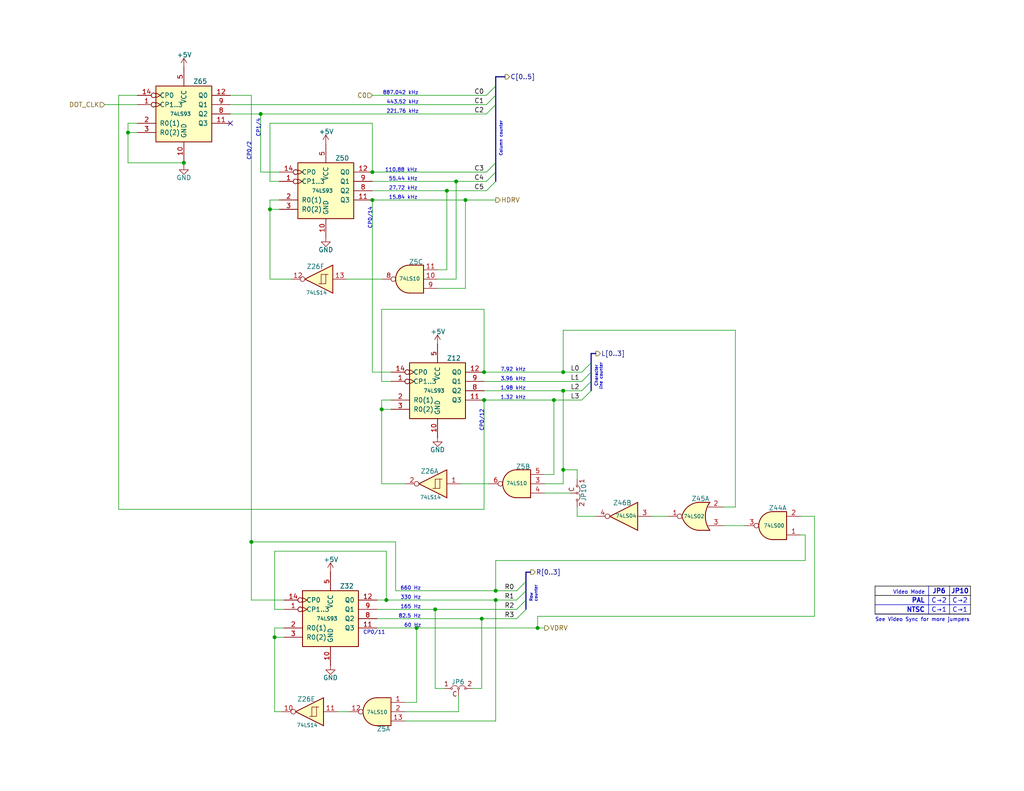
<source format=kicad_sch>
(kicad_sch (version 20250114) (generator "eeschema") (generator_version "9.0")
  (paper "USLetter")
  (title_block (title "TRS-80 Model I Rev HE11E011550") (date "2025-06-14") (rev "E1A") (company "RetroStack - Marcel Erz") (comment 2 "Counters for columns, rows, and character lines") (comment 4 "Video Counter"))
  (lib_symbols
    (symbol "74LS10_1" (pin_names (offset 1.016))
      (property "Reference" "Z5" (at -1.778 -4.699 0))
      (property "Value" "74LS10" (at 0 -0.127 0))
      (symbol "74LS10_1_1_1"
        (pin input line (at -7.62 2.54 0) (length 3.81) (name "~") (number "1"))
        (pin input line (at -7.62 0 0) (length 3.81) (name "~") (number "2"))
        (pin input line (at -7.62 -2.54 0) (length 3.81) (name "~") (number "13"))
        (pin output inverted (at 7.62 0 180) (length 3.81) (name "~") (number "12"))
      )
      (symbol "74LS10_1_1_2"
        (pin input inverted (at -7.62 2.54 0) (length 4.318) (name "~") (number "1"))
        (pin input inverted (at -7.62 0 0) (length 4.953) (name "~") (number "2"))
        (pin input inverted (at -7.62 -2.54 0) (length 4.318) (name "~") (number "13"))
        (pin output line (at 7.62 0 180) (length 3.81) (name "~") (number "12"))
      )
      (symbol "74LS10_1_2_1"
        (pin input line (at -7.62 2.54 0) (length 3.81) (name "~") (number "4"))
        (pin input line (at -7.62 0 0) (length 3.81) (name "~") (number "3"))
        (pin input line (at -7.62 -2.54 0) (length 3.81) (name "~") (number "5"))
        (pin output inverted (at 7.62 0 180) (length 3.81) (name "~") (number "6"))
      )
      (symbol "74LS10_1_2_2"
        (pin input inverted (at -7.62 2.54 0) (length 4.318) (name "~") (number "3"))
        (pin input inverted (at -7.62 0 0) (length 4.953) (name "~") (number "4"))
        (pin input inverted (at -7.62 -2.54 0) (length 4.318) (name "~") (number "5"))
        (pin output line (at 7.62 0 180) (length 3.81) (name "~") (number "6"))
      )
      (symbol "74LS10_1_3_1"
        (pin input line (at -7.62 2.54 0) (length 3.81) (name "~") (number "9"))
        (pin input line (at -7.62 0 0) (length 3.81) (name "~") (number "10"))
        (pin input line (at -7.62 -2.54 0) (length 3.81) (name "~") (number "11"))
        (pin output inverted (at 7.62 0 180) (length 3.81) (name "~") (number "8"))
      )
      (symbol "74LS10_1_3_2"
        (pin input inverted (at -7.62 2.54 0) (length 4.318) (name "~") (number "9"))
        (pin input inverted (at -7.62 0 0) (length 4.953) (name "~") (number "10"))
        (pin input inverted (at -7.62 -2.54 0) (length 4.318) (name "~") (number "11"))
        (pin output line (at 7.62 0 180) (length 3.81) (name "~") (number "8"))
      )
      (symbol "74LS10_1_4_0"
        (pin power_in line (at 0 12.7 270) (length 5.08) (name "VCC") (number "14"))
        (pin power_in line (at 0 -12.7 90) (length 5.08) (name "GND") (number "7"))
      )
    )
    (symbol "74LS10_2" (pin_names (offset 1.016))
      (property "Reference" "Z5" (at -1.778 -4.699 0))
      (property "Value" "74LS10" (at 0 -0.127 0))
      (symbol "74LS10_2_1_1"
        (pin input line (at -7.62 2.54 0) (length 3.81) (name "~") (number "1"))
        (pin input line (at -7.62 0 0) (length 3.81) (name "~") (number "2"))
        (pin input line (at -7.62 -2.54 0) (length 3.81) (name "~") (number "13"))
        (pin output inverted (at 7.62 0 180) (length 3.81) (name "~") (number "12"))
      )
      (symbol "74LS10_2_1_2"
        (pin input inverted (at -7.62 2.54 0) (length 4.318) (name "~") (number "1"))
        (pin input inverted (at -7.62 0 0) (length 4.953) (name "~") (number "2"))
        (pin input inverted (at -7.62 -2.54 0) (length 4.318) (name "~") (number "13"))
        (pin output line (at 7.62 0 180) (length 3.81) (name "~") (number "12"))
      )
      (symbol "74LS10_2_2_1"
        (pin input line (at -7.62 2.54 0) (length 3.81) (name "~") (number "4"))
        (pin input line (at -7.62 0 0) (length 3.81) (name "~") (number "3"))
        (pin input line (at -7.62 -2.54 0) (length 3.81) (name "~") (number "5"))
        (pin output inverted (at 7.62 0 180) (length 3.81) (name "~") (number "6"))
      )
      (symbol "74LS10_2_2_2"
        (pin input inverted (at -7.62 2.54 0) (length 4.318) (name "~") (number "3"))
        (pin input inverted (at -7.62 0 0) (length 4.953) (name "~") (number "4"))
        (pin input inverted (at -7.62 -2.54 0) (length 4.318) (name "~") (number "5"))
        (pin output line (at 7.62 0 180) (length 3.81) (name "~") (number "6"))
      )
      (symbol "74LS10_2_3_1"
        (pin input line (at -7.62 2.54 0) (length 3.81) (name "~") (number "9"))
        (pin input line (at -7.62 0 0) (length 3.81) (name "~") (number "10"))
        (pin input line (at -7.62 -2.54 0) (length 3.81) (name "~") (number "11"))
        (pin output inverted (at 7.62 0 180) (length 3.81) (name "~") (number "8"))
      )
      (symbol "74LS10_2_3_2"
        (pin input inverted (at -7.62 2.54 0) (length 4.318) (name "~") (number "9"))
        (pin input inverted (at -7.62 0 0) (length 4.953) (name "~") (number "10"))
        (pin input inverted (at -7.62 -2.54 0) (length 4.318) (name "~") (number "11"))
        (pin output line (at 7.62 0 180) (length 3.81) (name "~") (number "8"))
      )
      (symbol "74LS10_2_4_0"
        (pin power_in line (at 0 12.7 270) (length 5.08) (name "VCC") (number "14"))
        (pin power_in line (at 0 -12.7 90) (length 5.08) (name "GND") (number "7"))
      )
    )
    (symbol "74xx:74LS00" (pin_names (offset 1.016))
      (property "Reference" "U" (at 0 1.27 0))
      (property "Value" "74LS00" (at 0 -1.27 0))
      (symbol "74LS00_1_1"
        (pin input line (at -7.62 2.54 0) (length 3.81) (name "~") (number "1"))
        (pin input line (at -7.62 -2.54 0) (length 3.81) (name "~") (number "2"))
        (pin output inverted (at 7.62 0 180) (length 3.81) (name "~") (number "3"))
      )
      (symbol "74LS00_1_2"
        (pin input inverted (at -7.62 2.54 0) (length 4.318) (name "~") (number "1"))
        (pin input inverted (at -7.62 -2.54 0) (length 4.318) (name "~") (number "2"))
        (pin output line (at 7.62 0 180) (length 3.81) (name "~") (number "3"))
      )
      (symbol "74LS00_2_1"
        (pin input line (at -7.62 2.54 0) (length 3.81) (name "~") (number "4"))
        (pin input line (at -7.62 -2.54 0) (length 3.81) (name "~") (number "5"))
        (pin output inverted (at 7.62 0 180) (length 3.81) (name "~") (number "6"))
      )
      (symbol "74LS00_2_2"
        (pin input inverted (at -7.62 2.54 0) (length 4.318) (name "~") (number "4"))
        (pin input inverted (at -7.62 -2.54 0) (length 4.318) (name "~") (number "5"))
        (pin output line (at 7.62 0 180) (length 3.81) (name "~") (number "6"))
      )
      (symbol "74LS00_3_1"
        (pin input line (at -7.62 2.54 0) (length 3.81) (name "~") (number "9"))
        (pin input line (at -7.62 -2.54 0) (length 3.81) (name "~") (number "10"))
        (pin output inverted (at 7.62 0 180) (length 3.81) (name "~") (number "8"))
      )
      (symbol "74LS00_3_2"
        (pin input inverted (at -7.62 2.54 0) (length 4.318) (name "~") (number "9"))
        (pin input inverted (at -7.62 -2.54 0) (length 4.318) (name "~") (number "10"))
        (pin output line (at 7.62 0 180) (length 3.81) (name "~") (number "8"))
      )
      (symbol "74LS00_4_1"
        (pin input line (at -7.62 2.54 0) (length 3.81) (name "~") (number "12"))
        (pin input line (at -7.62 -2.54 0) (length 3.81) (name "~") (number "13"))
        (pin output inverted (at 7.62 0 180) (length 3.81) (name "~") (number "11"))
      )
      (symbol "74LS00_4_2"
        (pin input inverted (at -7.62 2.54 0) (length 4.318) (name "~") (number "12"))
        (pin input inverted (at -7.62 -2.54 0) (length 4.318) (name "~") (number "13"))
        (pin output line (at 7.62 0 180) (length 3.81) (name "~") (number "11"))
      )
      (symbol "74LS00_5_0"
        (pin power_in line (at 0 12.7 270) (length 5.08) (name "VCC") (number "14"))
        (pin power_in line (at 0 -12.7 90) (length 5.08) (name "GND") (number "7"))
      )
    )
    (symbol "74xx:74LS02" (pin_names (offset 1.016))
      (property "Reference" "U" (at 0 1.27 0))
      (property "Value" "74LS02" (at 0 -1.27 0))
      (symbol "74LS02_1_1"
        (pin input line (at -7.62 2.54 0) (length 4.318) (name "~") (number "2"))
        (pin input line (at -7.62 -2.54 0) (length 4.318) (name "~") (number "3"))
        (pin output inverted (at 7.62 0 180) (length 3.81) (name "~") (number "1"))
      )
      (symbol "74LS02_1_2"
        (pin input inverted (at -7.62 2.54 0) (length 3.81) (name "~") (number "2"))
        (pin input inverted (at -7.62 -2.54 0) (length 3.81) (name "~") (number "3"))
        (pin output line (at 7.62 0 180) (length 3.81) (name "~") (number "1"))
      )
      (symbol "74LS02_2_1"
        (pin input line (at -7.62 2.54 0) (length 4.318) (name "~") (number "5"))
        (pin input line (at -7.62 -2.54 0) (length 4.318) (name "~") (number "6"))
        (pin output inverted (at 7.62 0 180) (length 3.81) (name "~") (number "4"))
      )
      (symbol "74LS02_2_2"
        (pin input inverted (at -7.62 2.54 0) (length 3.81) (name "~") (number "5"))
        (pin input inverted (at -7.62 -2.54 0) (length 3.81) (name "~") (number "6"))
        (pin output line (at 7.62 0 180) (length 3.81) (name "~") (number "4"))
      )
      (symbol "74LS02_3_1"
        (pin input line (at -7.62 2.54 0) (length 4.318) (name "~") (number "8"))
        (pin input line (at -7.62 -2.54 0) (length 4.318) (name "~") (number "9"))
        (pin output inverted (at 7.62 0 180) (length 3.81) (name "~") (number "10"))
      )
      (symbol "74LS02_3_2"
        (pin input inverted (at -7.62 2.54 0) (length 3.81) (name "~") (number "8"))
        (pin input inverted (at -7.62 -2.54 0) (length 3.81) (name "~") (number "9"))
        (pin output line (at 7.62 0 180) (length 3.81) (name "~") (number "10"))
      )
      (symbol "74LS02_4_1"
        (pin input line (at -7.62 2.54 0) (length 4.318) (name "~") (number "11"))
        (pin input line (at -7.62 -2.54 0) (length 4.318) (name "~") (number "12"))
        (pin output inverted (at 7.62 0 180) (length 3.81) (name "~") (number "13"))
      )
      (symbol "74LS02_4_2"
        (pin input inverted (at -7.62 2.54 0) (length 3.81) (name "~") (number "11"))
        (pin input inverted (at -7.62 -2.54 0) (length 3.81) (name "~") (number "12"))
        (pin output line (at 7.62 0 180) (length 3.81) (name "~") (number "13"))
      )
      (symbol "74LS02_5_0"
        (pin power_in line (at 0 12.7 270) (length 5.08) (name "VCC") (number "14"))
        (pin power_in line (at 0 -12.7 90) (length 5.08) (name "GND") (number "7"))
      )
    )
    (symbol "74xx:74LS04"
      (property "Reference" "U" (at 0 1.27 0))
      (property "Value" "74LS04" (at 0 -1.27 0))
      (symbol "74LS04_1_0"
        (pin input line (at -7.62 0 0) (length 3.81) (name "~") (number "1"))
        (pin output inverted (at 7.62 0 180) (length 3.81) (name "~") (number "2"))
      )
      (symbol "74LS04_2_0"
        (pin input line (at -7.62 0 0) (length 3.81) (name "~") (number "3"))
        (pin output inverted (at 7.62 0 180) (length 3.81) (name "~") (number "4"))
      )
      (symbol "74LS04_3_0"
        (pin input line (at -7.62 0 0) (length 3.81) (name "~") (number "5"))
        (pin output inverted (at 7.62 0 180) (length 3.81) (name "~") (number "6"))
      )
      (symbol "74LS04_4_0"
        (pin input line (at -7.62 0 0) (length 3.81) (name "~") (number "9"))
        (pin output inverted (at 7.62 0 180) (length 3.81) (name "~") (number "8"))
      )
      (symbol "74LS04_5_0"
        (pin input line (at -7.62 0 0) (length 3.81) (name "~") (number "11"))
        (pin output inverted (at 7.62 0 180) (length 3.81) (name "~") (number "10"))
      )
      (symbol "74LS04_6_0"
        (pin input line (at -7.62 0 0) (length 3.81) (name "~") (number "13"))
        (pin output inverted (at 7.62 0 180) (length 3.81) (name "~") (number "12"))
      )
      (symbol "74LS04_7_0"
        (pin power_in line (at 0 12.7 270) (length 5.08) (name "VCC") (number "14"))
        (pin power_in line (at 0 -12.7 90) (length 5.08) (name "GND") (number "7"))
      )
    )
    (symbol "74xx:74LS10" (pin_names (offset 1.016))
      (property "Reference" "Z5" (at -1.778 -4.699 0))
      (property "Value" "74LS10" (at 0 -0.127 0))
      (symbol "74LS10_1_1"
        (pin input line (at -7.62 2.54 0) (length 3.81) (name "~") (number "1"))
        (pin input line (at -7.62 0 0) (length 3.81) (name "~") (number "2"))
        (pin input line (at -7.62 -2.54 0) (length 3.81) (name "~") (number "13"))
        (pin output inverted (at 7.62 0 180) (length 3.81) (name "~") (number "12"))
      )
      (symbol "74LS10_1_2"
        (pin input inverted (at -7.62 2.54 0) (length 4.318) (name "~") (number "1"))
        (pin input inverted (at -7.62 0 0) (length 4.953) (name "~") (number "2"))
        (pin input inverted (at -7.62 -2.54 0) (length 4.318) (name "~") (number "13"))
        (pin output line (at 7.62 0 180) (length 3.81) (name "~") (number "12"))
      )
      (symbol "74LS10_2_1"
        (pin input line (at -7.62 2.54 0) (length 3.81) (name "~") (number "4"))
        (pin input line (at -7.62 0 0) (length 3.81) (name "~") (number "3"))
        (pin input line (at -7.62 -2.54 0) (length 3.81) (name "~") (number "5"))
        (pin output inverted (at 7.62 0 180) (length 3.81) (name "~") (number "6"))
      )
      (symbol "74LS10_2_2"
        (pin input inverted (at -7.62 2.54 0) (length 4.318) (name "~") (number "3"))
        (pin input inverted (at -7.62 0 0) (length 4.953) (name "~") (number "4"))
        (pin input inverted (at -7.62 -2.54 0) (length 4.318) (name "~") (number "5"))
        (pin output line (at 7.62 0 180) (length 3.81) (name "~") (number "6"))
      )
      (symbol "74LS10_3_1"
        (pin input line (at -7.62 2.54 0) (length 3.81) (name "~") (number "9"))
        (pin input line (at -7.62 0 0) (length 3.81) (name "~") (number "10"))
        (pin input line (at -7.62 -2.54 0) (length 3.81) (name "~") (number "11"))
        (pin output inverted (at 7.62 0 180) (length 3.81) (name "~") (number "8"))
      )
      (symbol "74LS10_3_2"
        (pin input inverted (at -7.62 2.54 0) (length 4.318) (name "~") (number "9"))
        (pin input inverted (at -7.62 0 0) (length 4.953) (name "~") (number "10"))
        (pin input inverted (at -7.62 -2.54 0) (length 4.318) (name "~") (number "11"))
        (pin output line (at 7.62 0 180) (length 3.81) (name "~") (number "8"))
      )
      (symbol "74LS10_4_0"
        (pin power_in line (at 0 12.7 270) (length 5.08) (name "VCC") (number "14"))
        (pin power_in line (at 0 -12.7 90) (length 5.08) (name "GND") (number "7"))
      )
    )
    (symbol "74xx:74LS14" (pin_names (offset 1.016))
      (property "Reference" "U" (at 0 1.27 0))
      (property "Value" "74LS14" (at 0 -1.27 0))
      (symbol "74LS14_1_0"
        (pin input line (at -7.62 0 0) (length 3.81) (name "~") (number "1"))
        (pin output inverted (at 7.62 0 180) (length 3.81) (name "~") (number "2"))
      )
      (symbol "74LS14_2_0"
        (pin input line (at -7.62 0 0) (length 3.81) (name "~") (number "3"))
        (pin output inverted (at 7.62 0 180) (length 3.81) (name "~") (number "4"))
      )
      (symbol "74LS14_3_0"
        (pin input line (at -7.62 0 0) (length 3.81) (name "~") (number "5"))
        (pin output inverted (at 7.62 0 180) (length 3.81) (name "~") (number "6"))
      )
      (symbol "74LS14_4_0"
        (pin input line (at -7.62 0 0) (length 3.81) (name "~") (number "9"))
        (pin output inverted (at 7.62 0 180) (length 3.81) (name "~") (number "8"))
      )
      (symbol "74LS14_5_0"
        (pin input line (at -7.62 0 0) (length 3.81) (name "~") (number "11"))
        (pin output inverted (at 7.62 0 180) (length 3.81) (name "~") (number "10"))
      )
      (symbol "74LS14_6_0"
        (pin input line (at -7.62 0 0) (length 3.81) (name "~") (number "13"))
        (pin output inverted (at 7.62 0 180) (length 3.81) (name "~") (number "12"))
      )
      (symbol "74LS14_7_0"
        (pin power_in line (at 0 12.7 270) (length 5.08) (name "VCC") (number "14"))
        (pin power_in line (at 0 -12.7 90) (length 5.08) (name "GND") (number "7"))
      )
    )
    (symbol "74xx:74LS93" (pin_names (offset 1.016))
      (property "Reference" "U" (at -7.62 8.89 0))
      (property "Value" "74LS93" (at -7.62 -8.89 0))
      (symbol "74LS93_1_0"
        (pin input inverted_clock (at -12.7 5.08 0) (length 5.08) (name "CP0") (number "14"))
        (pin input inverted_clock (at -12.7 2.54 0) (length 5.08) (name "CP1..3") (number "1"))
        (pin input line (at -12.7 -2.54 0) (length 5.08) (name "R0(1)") (number "2"))
        (pin input line (at -12.7 -5.08 0) (length 5.08) (name "R0(2)") (number "3"))
        (pin power_in line (at 0 12.7 270) (length 5.08) (name "VCC") (number "5"))
        (pin power_in line (at 0 -12.7 90) (length 5.08) (name "GND") (number "10"))
        (pin output line (at 12.7 5.08 180) (length 5.08) (name "Q0") (number "12"))
        (pin output line (at 12.7 2.54 180) (length 5.08) (name "Q1") (number "9"))
        (pin output line (at 12.7 0 180) (length 5.08) (name "Q2") (number "8"))
        (pin output line (at 12.7 -2.54 180) (length 5.08) (name "Q3") (number "11"))
      )
    )
    (symbol "Library:TRS80_Model_I_Jumper_3_Jap" (pin_numbers (hide yes)) (pin_names (offset 0) (hide yes))
      (property "Reference" "JP" (at 0 2.794 0))
      (property "Value" "TRS80_Model_I_Jumper_3_Jap" (at 0 -2.286 0))
      (symbol "TRS80_Model_I_Jumper_3_Jap_1_1"
        (text "1" (at -2.032 1.27 0) (effects (font (size 1.27 1.27))))
        (text "C" (at 0.254 -1.524 0) (effects (font (size 1.27 1.27))))
        (text "2" (at 4.318 1.27 0) (effects (font (size 1.27 1.27))))
        (pin passive line (at -2.54 0 0) (length 1.27) (name "A") (number "1"))
        (pin passive line (at 1.27 -1.905 90) (length 1.27) (name "B") (number "2"))
        (pin passive line (at 5.08 0 180) (length 1.27) (name "A") (number "3"))
      )
    )
    (symbol "power:+5V" (power) (pin_numbers (hide yes)) (pin_names (offset 0) (hide yes))
      (property "Value" "+5V" (at 0 3.556 0))
      (symbol "+5V_1_1"
        (pin power_in line (at 0 0 90) (length 0) (name "~") (number "1"))
      )
    )
    (symbol "power:GND" (power) (pin_numbers (hide yes)) (pin_names (offset 0) (hide yes))
      (property "Value" "GND" (at 0 -3.81 0))
      (symbol "GND_1_1"
        (pin power_in line (at 0 0 270) (length 0) (name "~") (number "1"))
      )
    )
  )
  (text "7.92 kHz" (at 136.525 101.6 0) (effects (font (size 1 1)) (justify left bottom)))
  (text "660 Hz" (at 109.22 161.29 0) (effects (font (size 1 1)) (justify left bottom)))
  (text "CP0/2" (at 68.58 38.735 90) (effects (font (size 1 1)) (justify right bottom)))
  (text "1.98 kHz" (at 136.525 106.68 0) (effects (font (size 1 1)) (justify left bottom)))
  (text "60 Hz" (at 110.236 171.45 0) (effects (font (size 1 1)) (justify left bottom)))
  (text "1.32 kHz" (at 136.525 109.22 0) (effects (font (size 1 1)) (justify left bottom)))
  (text "Character \nline counter" (at 164.465 99.06 90) (effects (font (size 0.8 0.8)) (justify right bottom)))
  (text "82.5 Hz" (at 108.712 168.91 0) (effects (font (size 1 1)) (justify left bottom)))
  (text "27.72 kHz" (at 106.045 52.07 0) (effects (font (size 1 1)) (justify left bottom)))
  (text "CP0/11" (at 99.06 173.355 0) (effects (font (size 1 1)) (justify left bottom)))
  (text "3.96 kHz" (at 136.525 104.14 0) (effects (font (size 1 1)) (justify left bottom)))
  (text "110.88 kHz" (at 105.029 47.117 0) (effects (font (size 1 1)) (justify left bottom)))
  (text "CP1/4" (at 71.12 32.385 90) (effects (font (size 1 1)) (justify right bottom)))
  (text "221.76 kHz" (at 105.41 31.115 0) (effects (font (size 1 1)) (justify left bottom)))
  (text "55.44 kHz" (at 106.045 49.53 0) (effects (font (size 1 1)) (justify left bottom)))
  (text "15.84 kHz" (at 106.045 54.61 0) (effects (font (size 1 1)) (justify left bottom)))
  (text "887.042 kHz" (at 104.394 26.035 0) (effects (font (size 1 1)) (justify left bottom)))
  (text "330 Hz" (at 109.22 163.83 0) (effects (font (size 1 1)) (justify left bottom)))
  (text "Column counter" (at 137.16 33.02 90) (effects (font (size 0.8 0.8)) (justify right bottom)))
  (text "Row\ncounter" (at 146.685 164.465 90) (effects (font (size 0.8 0.8)) (justify left bottom)))
  (text "CP0/12" (at 132.08 111.76 90) (effects (font (size 1 1)) (justify right bottom)))
  (text "443.52 kHz" (at 105.41 28.575 0) (effects (font (size 1 1)) (justify left bottom)))
  (text "See Video Sync for more jumpers" (at 238.76 169.291 0) (effects (font (size 1 1)) (justify left)))
  (text "CP0/14" (at 101.6 56.515 90) (effects (font (size 1 1)) (justify right bottom)))
  (text "165 Hz" (at 109.22 166.37 0) (effects (font (size 1 1)) (justify left bottom)))
  (junction (at 101.6 54.61))
  (junction (at 113.665 171.45))
  (junction (at 131.445 168.91))
  (junction (at 146.685 171.45))
  (junction (at 50.165 44.45))
  (junction (at 135.255 163.83))
  (junction (at 151.13 109.22))
  (junction (at 135.255 161.29))
  (junction (at 124.46 49.53))
  (junction (at 153.67 128.27))
  (junction (at 153.67 106.68))
  (junction (at 127 54.61))
  (junction (at 132.08 101.6))
  (junction (at 68.58 147.955))
  (junction (at 132.08 109.22))
  (junction (at 118.745 166.37))
  (junction (at 73.66 57.15))
  (junction (at 121.92 52.07))
  (junction (at 34.925 36.195))
  (junction (at 153.67 101.6))
  (junction (at 71.12 31.115))
  (junction (at 74.93 173.99))
  (junction (at 105.41 163.83))
  (junction (at 104.14 111.76))
  (junction (at 101.6 46.99))
  (no_connect (at 62.865 33.655))
  (bus_entry (at 132.715 28.575) (size 2.54 -2.54))
  (bus_entry (at 158.75 104.14) (size 2.54 -2.54))
  (bus_entry (at 132.715 52.07) (size 2.54 -2.54))
  (bus_entry (at 132.715 49.53) (size 2.54 -2.54))
  (bus_entry (at 140.97 168.91) (size 2.54 -2.54))
  (bus_entry (at 132.715 46.99) (size 2.54 -2.54))
  (bus_entry (at 132.715 31.115) (size 2.54 -2.54))
  (bus_entry (at 158.75 101.6) (size 2.54 -2.54))
  (bus_entry (at 140.97 163.83) (size 2.54 -2.54))
  (bus_entry (at 158.75 109.22) (size 2.54 -2.54))
  (bus_entry (at 132.715 26.035) (size 2.54 -2.54))
  (bus_entry (at 158.75 106.68) (size 2.54 -2.54))
  (bus_entry (at 140.97 166.37) (size 2.54 -2.54))
  (bus_entry (at 140.97 161.29) (size 2.54 -2.54))
  (bus (pts (xy 135.255 28.575) (xy 135.255 26.035)))
  (bus (pts (xy 143.51 166.37) (xy 143.51 163.83)))
  (wire (pts (xy 148.59 132.08) (xy 153.67 132.08)))
  (wire (pts (xy 105.41 150.495) (xy 105.41 163.83)))
  (bus (pts (xy 161.29 96.52) (xy 162.56 96.52)))
  (wire (pts (xy 101.6 52.07) (xy 121.92 52.07)))
  (wire (pts (xy 92.075 194.31) (xy 95.25 194.31)))
  (wire (pts (xy 79.375 76.2) (xy 73.66 76.2)))
  (wire (pts (xy 74.93 166.37) (xy 74.93 150.495)))
  (wire (pts (xy 104.14 111.76) (xy 106.68 111.76)))
  (wire (pts (xy 127 54.61) (xy 135.255 54.61)))
  (wire (pts (xy 34.925 36.195) (xy 37.465 36.195)))
  (wire (pts (xy 73.66 33.655) (xy 101.6 33.655)))
  (wire (pts (xy 222.25 168.275) (xy 146.685 168.275)))
  (wire (pts (xy 118.745 166.37) (xy 118.745 187.96)))
  (wire (pts (xy 200.66 138.43) (xy 197.485 138.43)))
  (wire (pts (xy 62.865 31.115) (xy 71.12 31.115)))
  (wire (pts (xy 62.865 26.035) (xy 68.58 26.035)))
  (wire (pts (xy 146.685 168.275) (xy 146.685 171.45)))
  (wire (pts (xy 121.92 52.07) (xy 121.92 73.66)))
  (wire (pts (xy 101.6 33.655) (xy 101.6 46.99)))
  (wire (pts (xy 135.255 153.035) (xy 135.255 161.29)))
  (bus (pts (xy 135.255 49.53) (xy 135.255 46.99)))
  (wire (pts (xy 101.6 54.61) (xy 127 54.61)))
  (bus (pts (xy 135.255 46.99) (xy 135.255 44.45)))
  (wire (pts (xy 104.14 109.22) (xy 104.14 111.76)))
  (wire (pts (xy 50.165 44.45) (xy 50.165 43.815)))
  (wire (pts (xy 219.71 153.035) (xy 135.255 153.035)))
  (bus (pts (xy 161.29 106.68) (xy 161.29 104.14)))
  (wire (pts (xy 132.08 109.22) (xy 132.08 139.065)))
  (wire (pts (xy 76.835 194.31) (xy 74.93 194.31)))
  (wire (pts (xy 32.385 139.065) (xy 32.385 26.035)))
  (wire (pts (xy 146.685 171.45) (xy 148.59 171.45)))
  (wire (pts (xy 177.8 140.97) (xy 182.245 140.97)))
  (wire (pts (xy 153.67 106.68) (xy 158.75 106.68)))
  (wire (pts (xy 101.6 46.99) (xy 132.715 46.99)))
  (wire (pts (xy 151.13 129.54) (xy 151.13 109.22)))
  (wire (pts (xy 73.66 57.15) (xy 76.2 57.15)))
  (wire (pts (xy 50.165 45.085) (xy 50.165 44.45)))
  (wire (pts (xy 218.44 146.05) (xy 219.71 146.05)))
  (wire (pts (xy 73.66 76.2) (xy 73.66 57.15)))
  (wire (pts (xy 74.93 171.45) (xy 77.47 171.45)))
  (bus (pts (xy 135.255 26.035) (xy 135.255 23.495)))
  (wire (pts (xy 76.2 49.53) (xy 73.66 49.53)))
  (wire (pts (xy 110.49 191.77) (xy 113.665 191.77)))
  (wire (pts (xy 113.665 191.77) (xy 113.665 171.45)))
  (bus (pts (xy 135.255 20.955) (xy 137.795 20.955)))
  (wire (pts (xy 32.385 26.035) (xy 37.465 26.035)))
  (wire (pts (xy 32.385 139.065) (xy 132.08 139.065)))
  (bus (pts (xy 161.29 101.6) (xy 161.29 99.06)))
  (bus (pts (xy 161.29 104.14) (xy 161.29 101.6)))
  (wire (pts (xy 110.49 196.85) (xy 135.255 196.85)))
  (wire (pts (xy 68.58 147.955) (xy 107.95 147.955)))
  (bus (pts (xy 143.51 156.21) (xy 144.78 156.21)))
  (wire (pts (xy 74.93 173.99) (xy 77.47 173.99)))
  (wire (pts (xy 76.2 46.99) (xy 71.12 46.99)))
  (wire (pts (xy 153.67 90.17) (xy 153.67 101.6)))
  (wire (pts (xy 34.925 36.195) (xy 34.925 44.45)))
  (wire (pts (xy 107.95 161.29) (xy 107.95 147.955)))
  (wire (pts (xy 218.44 140.97) (xy 222.25 140.97)))
  (wire (pts (xy 104.14 104.14) (xy 104.14 84.455)))
  (wire (pts (xy 125.73 132.08) (xy 133.35 132.08)))
  (wire (pts (xy 148.59 134.62) (xy 155.575 134.62)))
  (wire (pts (xy 34.925 33.655) (xy 37.465 33.655)))
  (wire (pts (xy 101.6 26.035) (xy 132.715 26.035)))
  (wire (pts (xy 102.87 168.91) (xy 131.445 168.91)))
  (wire (pts (xy 153.67 128.27) (xy 157.48 128.27)))
  (wire (pts (xy 73.66 54.61) (xy 76.2 54.61)))
  (wire (pts (xy 113.665 171.45) (xy 146.685 171.45)))
  (wire (pts (xy 128.905 187.96) (xy 131.445 187.96)))
  (wire (pts (xy 68.58 147.955) (xy 68.58 163.83)))
  (wire (pts (xy 135.255 163.83) (xy 140.97 163.83)))
  (wire (pts (xy 110.49 194.31) (xy 125.095 194.31)))
  (wire (pts (xy 124.46 49.53) (xy 124.46 76.2)))
  (wire (pts (xy 104.14 84.455) (xy 132.08 84.455)))
  (bus (pts (xy 143.51 161.29) (xy 143.51 158.75)))
  (wire (pts (xy 101.6 54.61) (xy 101.6 101.6)))
  (wire (pts (xy 119.38 73.66) (xy 121.92 73.66)))
  (wire (pts (xy 118.745 166.37) (xy 140.97 166.37)))
  (wire (pts (xy 101.6 101.6) (xy 106.68 101.6)))
  (wire (pts (xy 148.59 129.54) (xy 151.13 129.54)))
  (wire (pts (xy 71.12 31.115) (xy 71.12 46.99)))
  (wire (pts (xy 110.49 132.08) (xy 104.14 132.08)))
  (wire (pts (xy 107.95 161.29) (xy 135.255 161.29)))
  (wire (pts (xy 132.08 101.6) (xy 153.67 101.6)))
  (wire (pts (xy 28.575 28.575) (xy 37.465 28.575)))
  (bus (pts (xy 143.51 163.83) (xy 143.51 161.29)))
  (wire (pts (xy 68.58 26.035) (xy 68.58 147.955)))
  (wire (pts (xy 101.6 49.53) (xy 124.46 49.53)))
  (wire (pts (xy 34.925 44.45) (xy 50.165 44.45)))
  (wire (pts (xy 74.93 150.495) (xy 105.41 150.495)))
  (wire (pts (xy 119.38 78.74) (xy 127 78.74)))
  (wire (pts (xy 222.25 140.97) (xy 222.25 168.275)))
  (wire (pts (xy 157.48 140.97) (xy 162.56 140.97)))
  (bus (pts (xy 135.255 23.495) (xy 135.255 20.955)))
  (wire (pts (xy 124.46 49.53) (xy 132.715 49.53)))
  (wire (pts (xy 34.925 36.195) (xy 34.925 33.655)))
  (wire (pts (xy 153.67 128.27) (xy 153.67 132.08)))
  (wire (pts (xy 135.255 163.83) (xy 135.255 196.85)))
  (wire (pts (xy 106.68 104.14) (xy 104.14 104.14)))
  (wire (pts (xy 132.08 109.22) (xy 151.13 109.22)))
  (wire (pts (xy 104.14 111.76) (xy 104.14 132.08)))
  (wire (pts (xy 68.58 163.83) (xy 77.47 163.83)))
  (wire (pts (xy 77.47 166.37) (xy 74.93 166.37)))
  (wire (pts (xy 135.255 161.29) (xy 140.97 161.29)))
  (wire (pts (xy 197.485 143.51) (xy 203.2 143.51)))
  (wire (pts (xy 132.08 106.68) (xy 153.67 106.68)))
  (wire (pts (xy 127 54.61) (xy 127 78.74)))
  (wire (pts (xy 102.87 171.45) (xy 113.665 171.45)))
  (bus (pts (xy 143.51 158.75) (xy 143.51 156.21)))
  (wire (pts (xy 62.865 28.575) (xy 132.715 28.575)))
  (wire (pts (xy 200.66 138.43) (xy 200.66 90.17)))
  (wire (pts (xy 73.66 57.15) (xy 73.66 54.61)))
  (wire (pts (xy 132.08 84.455) (xy 132.08 101.6)))
  (wire (pts (xy 121.92 52.07) (xy 132.715 52.07)))
  (wire (pts (xy 119.38 76.2) (xy 124.46 76.2)))
  (wire (pts (xy 219.71 146.05) (xy 219.71 153.035)))
  (wire (pts (xy 102.87 163.83) (xy 105.41 163.83)))
  (wire (pts (xy 125.095 189.865) (xy 125.095 194.31)))
  (wire (pts (xy 94.615 76.2) (xy 104.14 76.2)))
  (wire (pts (xy 151.13 109.22) (xy 158.75 109.22)))
  (wire (pts (xy 73.66 49.53) (xy 73.66 33.655)))
  (wire (pts (xy 153.67 101.6) (xy 158.75 101.6)))
  (wire (pts (xy 74.93 173.99) (xy 74.93 171.45)))
  (wire (pts (xy 105.41 163.83) (xy 135.255 163.83)))
  (wire (pts (xy 71.12 31.115) (xy 132.715 31.115)))
  (wire (pts (xy 74.93 194.31) (xy 74.93 173.99)))
  (wire (pts (xy 200.66 90.17) (xy 153.67 90.17)))
  (wire (pts (xy 131.445 168.91) (xy 140.97 168.91)))
  (wire (pts (xy 157.48 138.43) (xy 157.48 140.97)))
  (wire (pts (xy 104.14 109.22) (xy 106.68 109.22)))
  (wire (pts (xy 153.67 106.68) (xy 153.67 128.27)))
  (bus (pts (xy 135.255 44.45) (xy 135.255 28.575)))
  (bus (pts (xy 161.29 99.06) (xy 161.29 96.52)))
  (wire (pts (xy 131.445 168.91) (xy 131.445 187.96)))
  (wire (pts (xy 132.08 104.14) (xy 158.75 104.14)))
  (wire (pts (xy 102.87 166.37) (xy 118.745 166.37)))
  (wire (pts (xy 118.745 187.96) (xy 121.285 187.96)))
  (wire (pts (xy 157.48 128.27) (xy 157.48 130.81)))
  (table (column_count 3) (border (external yes) (header yes) (stroke (width 0.3) (color 0 0 0 1))) (separators (rows yes) (cols yes)) (column_widths 14.605 5.715 5.715) (row_heights 2.54 2.54 2.54 0) (cells (table_cell "Video Mode" (at 238.76 160.02 0) (size 14.605 2.54) (margins 0.9525 0.9525 0.9525 0.9525) (span 1 1)) (table_cell "JP6" (at 253.365 160.02 0) (size 5.715 2.54) (margins 0.9525 0.9525 0.9525 0.9525) (span 1 1)) (table_cell "JP10" (at 259.08 160.02 0) (size 5.715 2.54) (margins 0.9525 0.9525 0.9525 0.9525) (span 1 1)) (table_cell "PAL" (at 238.76 162.56 0) (size 14.605 2.54) (margins 0.9525 0.9525 0.9525 0.9525) (span 1 1)) (table_cell "C→2" (at 253.365 162.56 0) (size 5.715 2.54) (margins 0.9525 0.9525 0.9525 0.9525) (span 1 1)) (table_cell "C→2" (at 259.08 162.56 0) (size 5.715 2.54) (margins 0.9525 0.9525 0.9525 0.9525) (span 1 1)) (table_cell "NTSC" (at 238.76 165.1 0) (size 14.605 2.54) (margins 0.9525 0.9525 0.9525 0.9525) (span 1 1)) (table_cell "C→1" (at 253.365 165.1 0) (size 5.715 2.54) (margins 0.9525 0.9525 0.9525 0.9525) (span 1 1)) (table_cell "C→1" (at 259.08 165.1 0) (size 5.715 2.54) (margins 0.9525 0.9525 0.9525 0.9525) (span 1 1)) (table_cell "" (at 238.76 167.64 0) (size 14.605 0) (margins 0.9525 0.9525 0.9525 0.9525) (span 1 1)) (table_cell "" (at 253.365 167.64 0) (size 5.715 0) (margins 0.9525 0.9525 0.9525 0.9525) (span 1 1)) (table_cell "" (at 259.08 167.64 0) (size 5.715 0) (margins 0.9525 0.9525 0.9525 0.9525) (span 1 1))))
  (label "R1" (at 140.335 163.83 180))
  (label "L2" (at 158.115 106.68 180))
  (label "C2" (at 132.08 31.115 180))
  (label "L1" (at 158.115 104.14 180))
  (label "C5" (at 132.08 52.07 180))
  (label "R2" (at 140.335 166.37 180))
  (label "C3" (at 132.08 46.99 180))
  (label "L3" (at 158.115 109.22 180))
  (label "R0" (at 140.335 161.29 180))
  (label "C4" (at 132.08 49.53 180))
  (label "C0" (at 132.08 26.035 180))
  (label "L0" (at 158.115 101.6 180))
  (label "R3" (at 140.335 168.91 180))
  (label "C1" (at 132.08 28.575 180))
  (hierarchical_label "L[0..3]" (shape output) (at 162.56 96.52 0))
  (hierarchical_label "R[0..3]" (shape output) (at 144.78 156.21 0))
  (hierarchical_label "C0" (shape input) (at 101.6 26.035 180))
  (hierarchical_label "HDRV" (shape output) (at 135.255 54.61 0))
  (hierarchical_label "C[0..5]" (shape output) (at 137.795 20.955 0))
  (hierarchical_label "DOT_CLK" (shape input) (at 28.575 28.575 180))
  (hierarchical_label "VDRV" (shape output) (at 148.59 171.45 0))
  (symbol (lib_id "power:+5V") (at 88.9 39.37 0) (unit 1)
    (property "Reference" "#PWR0115" (effects (hide yes)))
    (property "Value" "+5V" (at 89.027 35.941 0))
    (property "Description" "Power symbol creates a global label with name \"+5V\"" (effects (hide yes)))
  )
  (symbol (lib_id "74xx:74LS14") (at 118.11 132.08 180) (unit 1)
    (property "Reference" "Z26" (at 117.221 128.651 0))
    (property "Value" "74LS14" (at 117.475 135.763 0) (effects (font (size 1 1))))
    (property "Footprint" "Library:TRS80_Model_I_DIP14_Jap" (effects (hide yes)))
    (property "Datasheet" "http://www.ti.com/lit/gpn/sn74LS14" (effects (hide yes)))
    (property "Description" "Hex inverter schmitt trigger" (effects (hide yes)))
  )
  (symbol (lib_id "74xx:74LS02") (at 189.865 140.97 0) (mirror y) (unit 1)
    (property "Reference" "Z45" (at 191.135 136.144 0))
    (property "Value" "74LS02" (at 189.357 140.97 0) (effects (font (size 1 1))))
    (property "Footprint" "Library:TRS80_Model_I_DIP14_Jap" (effects (hide yes)))
    (property "Datasheet" "http://www.ti.com/lit/gpn/sn74ls02" (effects (hide yes)))
    (property "Description" "quad 2-input NOR gate" (effects (hide yes)))
  )
  (symbol (lib_id "power:+5V") (at 90.17 156.21 0) (unit 1)
    (property "Reference" "#PWR0118" (effects (hide yes)))
    (property "Value" "+5V" (at 90.297 152.781 0))
    (property "Description" "Power symbol creates a global label with name \"+5V\"" (effects (hide yes)))
  )
  (symbol (lib_id "74xx:74LS00") (at 210.82 143.51 180) (unit 1)
    (property "Reference" "Z44" (at 212.217 138.684 0))
    (property "Value" "74LS00" (at 211.201 143.51 0) (effects (font (size 1 1))))
    (property "Footprint" "Library:TRS80_Model_I_DIP14_Jap" (effects (hide yes)))
    (property "Datasheet" "http://www.ti.com/lit/gpn/sn74ls00" (effects (hide yes)))
    (property "Description" "quad 2-input NAND gate" (effects (hide yes)))
  )
  (symbol (lib_name "74LS10_2") (lib_id "74xx:74LS10") (at 111.76 76.2 180) (unit 3)
    (property "Reference" "Z5" (at 113.538 71.501 0))
    (property "Value" "74LS10" (at 111.76 76.073 0) (effects (font (size 1 1))))
    (property "Footprint" "Library:TRS80_Model_I_DIP14_Jap" (effects (hide yes)))
    (property "Datasheet" "http://www.ti.com/lit/gpn/sn74LS10" (effects (hide yes)))
    (property "Description" "Triple 3-input NAND" (effects (hide yes)))
  )
  (symbol (lib_id "74xx:74LS14") (at 84.455 194.31 180) (unit 5)
    (property "Reference" "Z26" (at 83.566 190.881 0))
    (property "Value" "74LS14" (at 83.82 197.993 0) (effects (font (size 1 1))))
    (property "Footprint" "Library:TRS80_Model_I_DIP14_Jap" (effects (hide yes)))
    (property "Datasheet" "http://www.ti.com/lit/gpn/sn74LS14" (effects (hide yes)))
    (property "Description" "Hex inverter schmitt trigger" (effects (hide yes)))
  )
  (symbol (lib_id "power:GND") (at 90.17 181.61 0) (unit 1)
    (property "Reference" "#PWR0127" (effects (hide yes)))
    (property "Value" "GND" (at 90.17 185.039 0))
    (property "Description" "Power symbol creates a global label with name \"GND\" , ground" (effects (hide yes)))
  )
  (symbol (lib_id "74xx:74LS93") (at 90.17 168.91 0) (unit 1)
    (property "Reference" "Z7" (at 92.71 160.02 0) (effects (justify left)))
    (property "Value" "74LS93" (at 86.36 168.91 0) (effects (font (size 1 1)) (justify left)))
    (property "Footprint" "Library:TRS80_Model_I_DIP14_Jap" (effects (hide yes)))
    (property "Datasheet" "http://www.ti.com/lit/gpn/sn74LS93" (effects (hide yes)))
    (instances (project "Replica" (path "" (reference "Z32") (unit 1))) (project "TRS80_Model_I_G_E1" (path "" (reference "Z7") (unit 1))))
  )
  (symbol (lib_id "power:+5V") (at 119.38 93.98 0) (unit 1)
    (property "Reference" "#PWR0122" (effects (hide yes)))
    (property "Value" "+5V" (at 119.507 90.551 0))
    (property "Description" "Power symbol creates a global label with name \"+5V\"" (effects (hide yes)))
  )
  (symbol (lib_id "power:GND") (at 50.165 45.085 0) (unit 1)
    (property "Reference" "#PWR098" (effects (hide yes)))
    (property "Value" "GND" (at 50.165 48.514 0))
    (property "Description" "Power symbol creates a global label with name \"GND\" , ground" (effects (hide yes)))
  )
  (symbol (lib_id "74xx:74LS93") (at 88.9 52.07 0) (unit 1)
    (property "Reference" "Z28" (at 91.44 43.18 0) (effects (justify left)))
    (property "Value" "74LS93" (at 85.09 52.07 0) (effects (font (size 1 1)) (justify left)))
    (property "Footprint" "Library:TRS80_Model_I_DIP14_Jap" (effects (hide yes)))
    (property "Datasheet" "http://www.ti.com/lit/gpn/sn74LS93" (effects (hide yes)))
    (instances (project "Replica" (path "" (reference "Z50") (unit 1))) (project "TRS80_Model_I_G_E1" (path "" (reference "Z28") (unit 1))))
  )
  (symbol (lib_name "74LS10_1") (lib_id "74xx:74LS10") (at 140.97 132.08 180) (unit 2)
    (property "Reference" "Z5" (at 142.748 127.381 0))
    (property "Value" "74LS10" (at 140.97 131.953 0) (effects (font (size 1 1))))
    (property "Footprint" "Library:TRS80_Model_I_DIP14_Jap" (effects (hide yes)))
    (property "Datasheet" "http://www.ti.com/lit/gpn/sn74LS10" (effects (hide yes)))
    (property "Description" "Triple 3-input NAND" (effects (hide yes)))
  )
  (symbol (lib_id "Library:TRS80_Model_I_Jumper_3_Jap") (at 123.825 187.96 0) (unit 1)
    (property "Reference" "JP6" (at 124.968 186.182 0))
    (property "Value" "TRS80_Model_I_Jumper_3_Jap" (effects (hide yes)))
    (property "Footprint" "Library:TRS80_Model_I_Jumper_3_Open_HFlipped_VFlipped_Jap" (effects (hide yes)))
    (property "Description" "Jumper, 2-pole, small symbol, open" (effects (hide yes)))
  )
  (symbol (lib_id "74xx:74LS93") (at 119.38 106.68 0) (unit 1)
    (property "Reference" "Z35" (at 121.92 97.79 0) (effects (justify left)))
    (property "Value" "74LS93" (at 115.57 106.68 0) (effects (font (size 1 1)) (justify left)))
    (property "Footprint" "Library:TRS80_Model_I_DIP14_Jap" (effects (hide yes)))
    (property "Datasheet" "http://www.ti.com/lit/gpn/sn74LS93" (effects (hide yes)))
    (instances (project "Replica" (path "" (reference "Z12") (unit 1))) (project "TRS80_Model_I_G_E1" (path "" (reference "Z35") (unit 1))))
  )
  (symbol (lib_id "74xx:74LS14") (at 86.995 76.2 180) (unit 6)
    (property "Reference" "Z26" (at 86.106 72.771 0))
    (property "Value" "74LS14" (at 86.36 79.883 0) (effects (font (size 1 1))))
    (property "Footprint" "Library:TRS80_Model_I_DIP14_Jap" (effects (hide yes)))
    (property "Datasheet" "http://www.ti.com/lit/gpn/sn74LS14" (effects (hide yes)))
    (property "Description" "Hex inverter schmitt trigger" (effects (hide yes)))
  )
  (symbol (lib_id "power:GND") (at 119.38 119.38 0) (unit 1)
    (property "Reference" "#PWR0129" (effects (hide yes)))
    (property "Value" "GND" (at 119.38 122.809 0))
    (property "Description" "Power symbol creates a global label with name \"GND\" , ground" (effects (hide yes)))
  )
  (symbol (lib_id "74xx:74LS10") (at 102.87 194.31 0) (mirror y) (unit 1)
    (property "Reference" "Z5" (at 104.648 199.009 0))
    (property "Value" "74LS10" (at 102.87 194.437 0) (effects (font (size 1 1))))
    (property "Footprint" "Library:TRS80_Model_I_DIP14_Jap" (effects (hide yes)))
    (property "Datasheet" "http://www.ti.com/lit/gpn/sn74LS10" (effects (hide yes)))
    (property "Description" "Triple 3-input NAND" (effects (hide yes)))
  )
  (symbol (lib_id "74xx:74LS04") (at 170.18 140.97 180) (unit 2)
    (property "Reference" "Z46" (at 169.799 137.287 0))
    (property "Value" "74LS04" (at 170.815 140.843 0) (effects (font (size 1 1))))
    (property "Footprint" "Library:TRS80_Model_I_DIP14_Jap" (effects (hide yes)))
    (property "Datasheet" "http://www.ti.com/lit/gpn/sn74LS04" (effects (hide yes)))
    (property "Description" "Hex Inverter" (effects (hide yes)))
  )
  (symbol (lib_id "power:GND") (at 88.9 64.77 0) (unit 1)
    (property "Reference" "#PWR0121" (effects (hide yes)))
    (property "Value" "GND" (at 88.9 68.199 0))
    (property "Description" "Power symbol creates a global label with name \"GND\" , ground" (effects (hide yes)))
  )
  (symbol (lib_id "Library:TRS80_Model_I_Jumper_3_Jap") (at 157.48 133.35 270) (unit 1)
    (property "Reference" "JP10" (at 159.258 134.493 0))
    (property "Value" "TRS80_Model_I_Jumper_3_Jap" (effects (hide yes)))
    (property "Footprint" "Library:TRS80_Model_I_Jumper_3_Open_HFlipped_Big_Jap" (effects (hide yes)))
    (property "Description" "Jumper, 2-pole, small symbol, open" (effects (hide yes)))
  )
  (symbol (lib_id "power:+5V") (at 50.165 18.415 0) (unit 1)
    (property "Reference" "#PWR097" (effects (hide yes)))
    (property "Value" "+5V" (at 50.292 14.986 0))
    (property "Description" "Power symbol creates a global label with name \"+5V\"" (effects (hide yes)))
  )
  (symbol (lib_id "74xx:74LS93") (at 50.165 31.115 0) (unit 1)
    (property "Reference" "Z34" (at 52.705 22.225 0) (effects (justify left)))
    (property "Value" "74LS93" (at 46.355 31.115 0) (effects (font (size 1 1)) (justify left)))
    (property "Footprint" "Library:TRS80_Model_I_DIP14_Jap" (effects (hide yes)))
    (property "Datasheet" "http://www.ti.com/lit/gpn/sn74LS93" (effects (hide yes)))
    (instances (project "Replica" (path "" (reference "Z65") (unit 1))) (project "TRS80_Model_I_G_E1" (path "" (reference "Z34") (unit 1))))
  )
)
</source>
